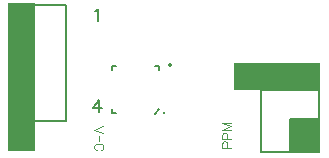
<source format=gto>
G04 DipTrace Beta 2.3.5.2*
%INLulfroMini.GTO*%
%MOIN*%
%ADD17C,0.014*%
%ADD19C,0.008*%
%ADD21C,0.013*%
%ADD71C,0.0046*%
%ADD72C,0.0062*%
%FSLAX44Y44*%
G04*
G70*
G90*
G75*
G01*
%LNTop TopSilk*%
%LPD*%
G36*
X190Y5080D2*
X1090D1*
Y170D1*
X190D1*
Y5080D1*
G37*
X1070Y5040D2*
D19*
X2130D1*
Y1150D1*
X1070D1*
Y5040D1*
G36*
X7730Y3100D2*
X10610D1*
Y2180D1*
X7730D1*
Y3100D1*
G37*
X8630Y2230D2*
D19*
Y130D1*
X9590D1*
Y1210D1*
X10570D1*
Y2190D1*
X8630D1*
G36*
X9610Y1200D2*
X10610D1*
Y90D1*
X9610D1*
Y1200D1*
G37*
X3650Y2850D2*
D19*
Y2990D1*
X3660D2*
X3790D1*
X5090D2*
X5230D1*
Y2980D2*
Y2850D1*
X3800Y1420D2*
X3660D1*
Y1430D2*
Y1560D1*
X5090Y1400D2*
X5240Y1550D1*
D21*
X5385Y1415D3*
D17*
X5610Y3020D3*
X7500Y273D2*
D71*
Y402D1*
X7485Y445D1*
X7471Y460D1*
X7442Y474D1*
X7399D1*
X7371Y460D1*
X7356Y445D1*
X7342Y402D1*
Y273D1*
X7643D1*
X7500Y567D2*
Y696D1*
X7485Y739D1*
X7471Y753D1*
X7442Y768D1*
X7399D1*
X7371Y753D1*
X7356Y739D1*
X7342Y696D1*
Y567D1*
X7643D1*
Y1090D2*
X7342D1*
X7643Y975D1*
X7342Y860D1*
X7643D1*
X3235Y1442D2*
D72*
Y1844D1*
X3044Y1576D1*
X3331D1*
X3104Y4817D2*
X3142Y4837D1*
X3200Y4894D1*
Y4492D1*
X3378Y987D2*
D71*
X3077Y872D1*
X3378Y757D1*
X3227Y665D2*
Y499D1*
X3307Y191D2*
X3335Y205D1*
X3364Y234D1*
X3378Y263D1*
Y320D1*
X3364Y349D1*
X3335Y377D1*
X3307Y392D1*
X3264Y406D1*
X3192D1*
X3149Y392D1*
X3120Y377D1*
X3091Y349D1*
X3077Y320D1*
Y263D1*
X3091Y234D1*
X3120Y205D1*
X3149Y191D1*
M02*

</source>
